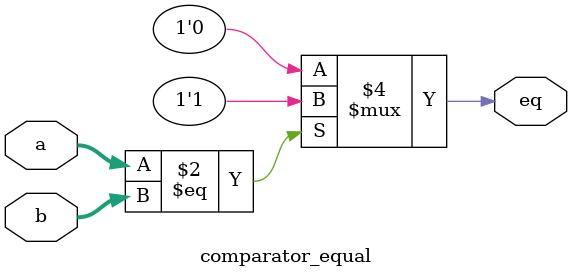
<source format=v>
module comparator_equal(
    input [3:0] a,
    input [3:0] b,
    output reg eq
);

    always @(*) begin
        if (a == b) begin
            eq = 1;
        end else begin
            eq = 0;
    	end
    end

endmodule

// Verilog code for a 32-bit comparator. The module takes two 32-bit inputs a and b, and outputs three signals: eq (equal), gt (greater than), and lt (less than). The always block compares the two inputs and sets the output signals accordingly.

</source>
